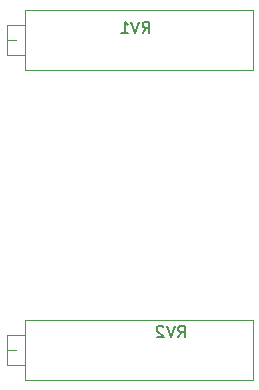
<source format=gbr>
G04 #@! TF.GenerationSoftware,KiCad,Pcbnew,(5.1.0)-1*
G04 #@! TF.CreationDate,2020-03-07T12:08:56+00:00*
G04 #@! TF.ProjectId,Line Generator,4c696e65-2047-4656-9e65-7261746f722e,rev?*
G04 #@! TF.SameCoordinates,Original*
G04 #@! TF.FileFunction,Legend,Bot*
G04 #@! TF.FilePolarity,Positive*
%FSLAX46Y46*%
G04 Gerber Fmt 4.6, Leading zero omitted, Abs format (unit mm)*
G04 Created by KiCad (PCBNEW (5.1.0)-1) date 2020-03-07 12:08:56*
%MOMM*%
%LPD*%
G04 APERTURE LIST*
%ADD10C,0.120000*%
%ADD11C,0.150000*%
G04 APERTURE END LIST*
D10*
X219110000Y-71770000D02*
X219869000Y-71770000D01*
X220629000Y-73069000D02*
X220629000Y-70470000D01*
X219110000Y-73069000D02*
X219110000Y-70470000D01*
X219110000Y-70470000D02*
X220629000Y-70470000D01*
X219110000Y-73069000D02*
X220629000Y-73069000D01*
X239920000Y-74305000D02*
X239920000Y-69235000D01*
X220630000Y-74305000D02*
X220630000Y-69235000D01*
X220630000Y-69235000D02*
X239920000Y-69235000D01*
X220630000Y-74305000D02*
X239920000Y-74305000D01*
X220630000Y-100555000D02*
X239920000Y-100555000D01*
X220630000Y-95485000D02*
X239920000Y-95485000D01*
X220630000Y-100555000D02*
X220630000Y-95485000D01*
X239920000Y-100555000D02*
X239920000Y-95485000D01*
X219110000Y-99319000D02*
X220629000Y-99319000D01*
X219110000Y-96720000D02*
X220629000Y-96720000D01*
X219110000Y-99319000D02*
X219110000Y-96720000D01*
X220629000Y-99319000D02*
X220629000Y-96720000D01*
X219110000Y-98020000D02*
X219869000Y-98020000D01*
D11*
X230595238Y-71202380D02*
X230928571Y-70726190D01*
X231166666Y-71202380D02*
X231166666Y-70202380D01*
X230785714Y-70202380D01*
X230690476Y-70250000D01*
X230642857Y-70297619D01*
X230595238Y-70392857D01*
X230595238Y-70535714D01*
X230642857Y-70630952D01*
X230690476Y-70678571D01*
X230785714Y-70726190D01*
X231166666Y-70726190D01*
X230309523Y-70202380D02*
X229976190Y-71202380D01*
X229642857Y-70202380D01*
X228785714Y-71202380D02*
X229357142Y-71202380D01*
X229071428Y-71202380D02*
X229071428Y-70202380D01*
X229166666Y-70345238D01*
X229261904Y-70440476D01*
X229357142Y-70488095D01*
X233595238Y-96952380D02*
X233928571Y-96476190D01*
X234166666Y-96952380D02*
X234166666Y-95952380D01*
X233785714Y-95952380D01*
X233690476Y-96000000D01*
X233642857Y-96047619D01*
X233595238Y-96142857D01*
X233595238Y-96285714D01*
X233642857Y-96380952D01*
X233690476Y-96428571D01*
X233785714Y-96476190D01*
X234166666Y-96476190D01*
X233309523Y-95952380D02*
X232976190Y-96952380D01*
X232642857Y-95952380D01*
X232357142Y-96047619D02*
X232309523Y-96000000D01*
X232214285Y-95952380D01*
X231976190Y-95952380D01*
X231880952Y-96000000D01*
X231833333Y-96047619D01*
X231785714Y-96142857D01*
X231785714Y-96238095D01*
X231833333Y-96380952D01*
X232404761Y-96952380D01*
X231785714Y-96952380D01*
M02*

</source>
